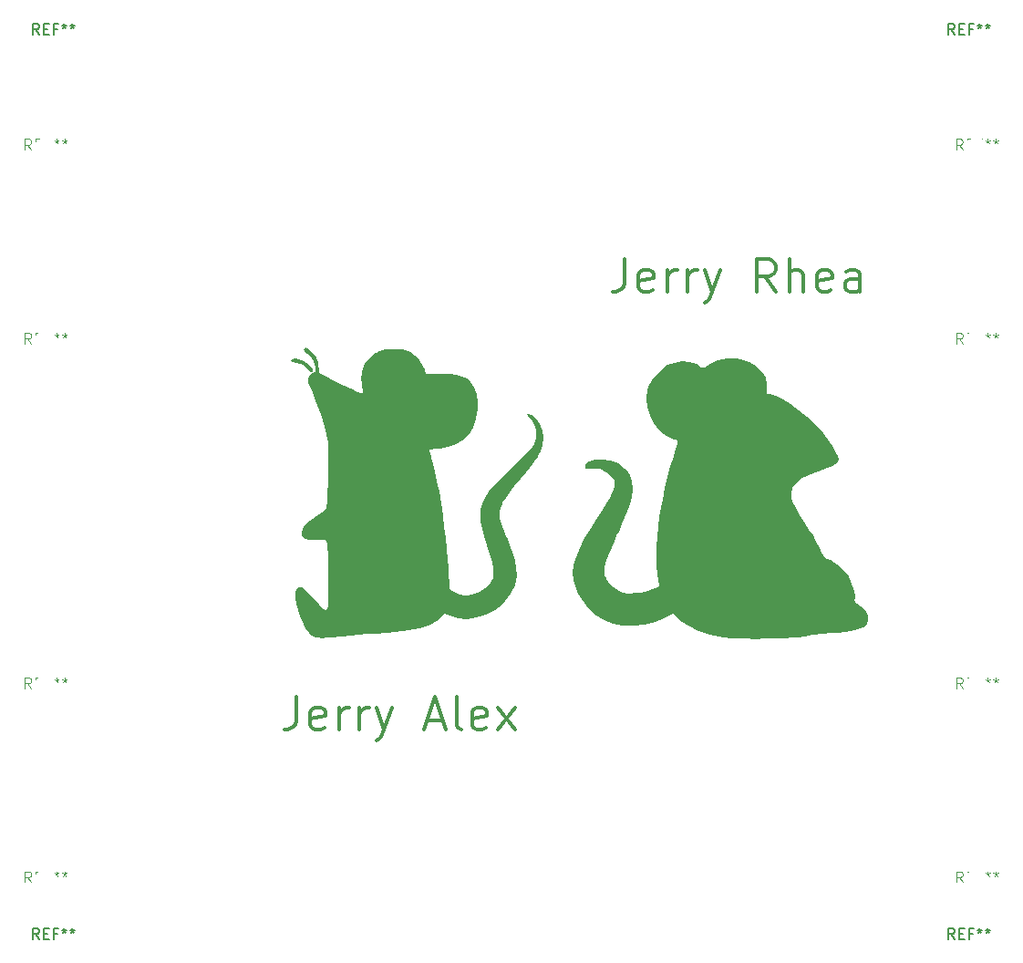
<source format=gto>
G04 #@! TF.GenerationSoftware,KiCad,Pcbnew,7.0.6*
G04 #@! TF.CreationDate,2023-08-12T11:28:39-04:00*
G04 #@! TF.ProjectId,jerrysbottom,6a657272-7973-4626-9f74-746f6d2e6b69,rev?*
G04 #@! TF.SameCoordinates,Original*
G04 #@! TF.FileFunction,Legend,Top*
G04 #@! TF.FilePolarity,Positive*
%FSLAX46Y46*%
G04 Gerber Fmt 4.6, Leading zero omitted, Abs format (unit mm)*
G04 Created by KiCad (PCBNEW 7.0.6) date 2023-08-12 11:28:39*
%MOMM*%
%LPD*%
G01*
G04 APERTURE LIST*
G04 Aperture macros list*
%AMFreePoly0*
4,1,5,8.620000,-11.160000,-8.620000,-11.160000,-8.620000,11.160000,8.620000,11.160000,8.620000,-11.160000,8.620000,-11.160000,$1*%
G04 Aperture macros list end*
%ADD10C,0.300000*%
%ADD11C,0.100000*%
%ADD12C,0.150000*%
%ADD13FreePoly0,0.000000*%
%ADD14C,2.384400*%
%ADD15C,2.200000*%
G04 APERTURE END LIST*
D10*
X83048796Y-93137257D02*
X83048796Y-95280114D01*
X83048796Y-95280114D02*
X82905939Y-95708685D01*
X82905939Y-95708685D02*
X82620225Y-95994400D01*
X82620225Y-95994400D02*
X82191653Y-96137257D01*
X82191653Y-96137257D02*
X81905939Y-96137257D01*
X85620224Y-95994400D02*
X85334510Y-96137257D01*
X85334510Y-96137257D02*
X84763082Y-96137257D01*
X84763082Y-96137257D02*
X84477367Y-95994400D01*
X84477367Y-95994400D02*
X84334510Y-95708685D01*
X84334510Y-95708685D02*
X84334510Y-94565828D01*
X84334510Y-94565828D02*
X84477367Y-94280114D01*
X84477367Y-94280114D02*
X84763082Y-94137257D01*
X84763082Y-94137257D02*
X85334510Y-94137257D01*
X85334510Y-94137257D02*
X85620224Y-94280114D01*
X85620224Y-94280114D02*
X85763082Y-94565828D01*
X85763082Y-94565828D02*
X85763082Y-94851542D01*
X85763082Y-94851542D02*
X84334510Y-95137257D01*
X87048796Y-96137257D02*
X87048796Y-94137257D01*
X87048796Y-94708685D02*
X87191653Y-94422971D01*
X87191653Y-94422971D02*
X87334511Y-94280114D01*
X87334511Y-94280114D02*
X87620225Y-94137257D01*
X87620225Y-94137257D02*
X87905939Y-94137257D01*
X88905939Y-96137257D02*
X88905939Y-94137257D01*
X88905939Y-94708685D02*
X89048796Y-94422971D01*
X89048796Y-94422971D02*
X89191654Y-94280114D01*
X89191654Y-94280114D02*
X89477368Y-94137257D01*
X89477368Y-94137257D02*
X89763082Y-94137257D01*
X90477368Y-94137257D02*
X91191654Y-96137257D01*
X91905939Y-94137257D02*
X91191654Y-96137257D01*
X91191654Y-96137257D02*
X90905939Y-96851542D01*
X90905939Y-96851542D02*
X90763082Y-96994400D01*
X90763082Y-96994400D02*
X90477368Y-97137257D01*
X97048796Y-96137257D02*
X96048796Y-94708685D01*
X95334510Y-96137257D02*
X95334510Y-93137257D01*
X95334510Y-93137257D02*
X96477367Y-93137257D01*
X96477367Y-93137257D02*
X96763082Y-93280114D01*
X96763082Y-93280114D02*
X96905939Y-93422971D01*
X96905939Y-93422971D02*
X97048796Y-93708685D01*
X97048796Y-93708685D02*
X97048796Y-94137257D01*
X97048796Y-94137257D02*
X96905939Y-94422971D01*
X96905939Y-94422971D02*
X96763082Y-94565828D01*
X96763082Y-94565828D02*
X96477367Y-94708685D01*
X96477367Y-94708685D02*
X95334510Y-94708685D01*
X98334510Y-96137257D02*
X98334510Y-93137257D01*
X99620225Y-96137257D02*
X99620225Y-94565828D01*
X99620225Y-94565828D02*
X99477367Y-94280114D01*
X99477367Y-94280114D02*
X99191653Y-94137257D01*
X99191653Y-94137257D02*
X98763082Y-94137257D01*
X98763082Y-94137257D02*
X98477367Y-94280114D01*
X98477367Y-94280114D02*
X98334510Y-94422971D01*
X102191653Y-95994400D02*
X101905939Y-96137257D01*
X101905939Y-96137257D02*
X101334511Y-96137257D01*
X101334511Y-96137257D02*
X101048796Y-95994400D01*
X101048796Y-95994400D02*
X100905939Y-95708685D01*
X100905939Y-95708685D02*
X100905939Y-94565828D01*
X100905939Y-94565828D02*
X101048796Y-94280114D01*
X101048796Y-94280114D02*
X101334511Y-94137257D01*
X101334511Y-94137257D02*
X101905939Y-94137257D01*
X101905939Y-94137257D02*
X102191653Y-94280114D01*
X102191653Y-94280114D02*
X102334511Y-94565828D01*
X102334511Y-94565828D02*
X102334511Y-94851542D01*
X102334511Y-94851542D02*
X100905939Y-95137257D01*
X104905940Y-96137257D02*
X104905940Y-94565828D01*
X104905940Y-94565828D02*
X104763082Y-94280114D01*
X104763082Y-94280114D02*
X104477368Y-94137257D01*
X104477368Y-94137257D02*
X103905940Y-94137257D01*
X103905940Y-94137257D02*
X103620225Y-94280114D01*
X104905940Y-95994400D02*
X104620225Y-96137257D01*
X104620225Y-96137257D02*
X103905940Y-96137257D01*
X103905940Y-96137257D02*
X103620225Y-95994400D01*
X103620225Y-95994400D02*
X103477368Y-95708685D01*
X103477368Y-95708685D02*
X103477368Y-95422971D01*
X103477368Y-95422971D02*
X103620225Y-95137257D01*
X103620225Y-95137257D02*
X103905940Y-94994400D01*
X103905940Y-94994400D02*
X104620225Y-94994400D01*
X104620225Y-94994400D02*
X104905940Y-94851542D01*
X52568796Y-133777257D02*
X52568796Y-135920114D01*
X52568796Y-135920114D02*
X52425939Y-136348685D01*
X52425939Y-136348685D02*
X52140225Y-136634400D01*
X52140225Y-136634400D02*
X51711653Y-136777257D01*
X51711653Y-136777257D02*
X51425939Y-136777257D01*
X55140224Y-136634400D02*
X54854510Y-136777257D01*
X54854510Y-136777257D02*
X54283082Y-136777257D01*
X54283082Y-136777257D02*
X53997367Y-136634400D01*
X53997367Y-136634400D02*
X53854510Y-136348685D01*
X53854510Y-136348685D02*
X53854510Y-135205828D01*
X53854510Y-135205828D02*
X53997367Y-134920114D01*
X53997367Y-134920114D02*
X54283082Y-134777257D01*
X54283082Y-134777257D02*
X54854510Y-134777257D01*
X54854510Y-134777257D02*
X55140224Y-134920114D01*
X55140224Y-134920114D02*
X55283082Y-135205828D01*
X55283082Y-135205828D02*
X55283082Y-135491542D01*
X55283082Y-135491542D02*
X53854510Y-135777257D01*
X56568796Y-136777257D02*
X56568796Y-134777257D01*
X56568796Y-135348685D02*
X56711653Y-135062971D01*
X56711653Y-135062971D02*
X56854511Y-134920114D01*
X56854511Y-134920114D02*
X57140225Y-134777257D01*
X57140225Y-134777257D02*
X57425939Y-134777257D01*
X58425939Y-136777257D02*
X58425939Y-134777257D01*
X58425939Y-135348685D02*
X58568796Y-135062971D01*
X58568796Y-135062971D02*
X58711654Y-134920114D01*
X58711654Y-134920114D02*
X58997368Y-134777257D01*
X58997368Y-134777257D02*
X59283082Y-134777257D01*
X59997368Y-134777257D02*
X60711654Y-136777257D01*
X61425939Y-134777257D02*
X60711654Y-136777257D01*
X60711654Y-136777257D02*
X60425939Y-137491542D01*
X60425939Y-137491542D02*
X60283082Y-137634400D01*
X60283082Y-137634400D02*
X59997368Y-137777257D01*
X64711653Y-135920114D02*
X66140225Y-135920114D01*
X64425939Y-136777257D02*
X65425939Y-133777257D01*
X65425939Y-133777257D02*
X66425939Y-136777257D01*
X67854511Y-136777257D02*
X67568796Y-136634400D01*
X67568796Y-136634400D02*
X67425939Y-136348685D01*
X67425939Y-136348685D02*
X67425939Y-133777257D01*
X70140225Y-136634400D02*
X69854511Y-136777257D01*
X69854511Y-136777257D02*
X69283083Y-136777257D01*
X69283083Y-136777257D02*
X68997368Y-136634400D01*
X68997368Y-136634400D02*
X68854511Y-136348685D01*
X68854511Y-136348685D02*
X68854511Y-135205828D01*
X68854511Y-135205828D02*
X68997368Y-134920114D01*
X68997368Y-134920114D02*
X69283083Y-134777257D01*
X69283083Y-134777257D02*
X69854511Y-134777257D01*
X69854511Y-134777257D02*
X70140225Y-134920114D01*
X70140225Y-134920114D02*
X70283083Y-135205828D01*
X70283083Y-135205828D02*
X70283083Y-135491542D01*
X70283083Y-135491542D02*
X68854511Y-135777257D01*
X71283083Y-136777257D02*
X72854512Y-134777257D01*
X71283083Y-134777257D02*
X72854512Y-136777257D01*
D11*
X36916666Y-116707419D02*
X36583333Y-116231228D01*
X36345238Y-116707419D02*
X36345238Y-115707419D01*
X36345238Y-115707419D02*
X36726190Y-115707419D01*
X36726190Y-115707419D02*
X36821428Y-115755038D01*
X36821428Y-115755038D02*
X36869047Y-115802657D01*
X36869047Y-115802657D02*
X36916666Y-115897895D01*
X36916666Y-115897895D02*
X36916666Y-116040752D01*
X36916666Y-116040752D02*
X36869047Y-116135990D01*
X36869047Y-116135990D02*
X36821428Y-116183609D01*
X36821428Y-116183609D02*
X36726190Y-116231228D01*
X36726190Y-116231228D02*
X36345238Y-116231228D01*
X37345238Y-116183609D02*
X37678571Y-116183609D01*
X37821428Y-116707419D02*
X37345238Y-116707419D01*
X37345238Y-116707419D02*
X37345238Y-115707419D01*
X37345238Y-115707419D02*
X37821428Y-115707419D01*
X38583333Y-116183609D02*
X38250000Y-116183609D01*
X38250000Y-116707419D02*
X38250000Y-115707419D01*
X38250000Y-115707419D02*
X38726190Y-115707419D01*
X39250000Y-115707419D02*
X39250000Y-115945514D01*
X39011905Y-115850276D02*
X39250000Y-115945514D01*
X39250000Y-115945514D02*
X39488095Y-115850276D01*
X39107143Y-116135990D02*
X39250000Y-115945514D01*
X39250000Y-115945514D02*
X39392857Y-116135990D01*
X40011905Y-115707419D02*
X40011905Y-115945514D01*
X39773810Y-115850276D02*
X40011905Y-115945514D01*
X40011905Y-115945514D02*
X40250000Y-115850276D01*
X39869048Y-116135990D02*
X40011905Y-115945514D01*
X40011905Y-115945514D02*
X40154762Y-116135990D01*
X114416666Y-150957419D02*
X114083333Y-150481228D01*
X113845238Y-150957419D02*
X113845238Y-149957419D01*
X113845238Y-149957419D02*
X114226190Y-149957419D01*
X114226190Y-149957419D02*
X114321428Y-150005038D01*
X114321428Y-150005038D02*
X114369047Y-150052657D01*
X114369047Y-150052657D02*
X114416666Y-150147895D01*
X114416666Y-150147895D02*
X114416666Y-150290752D01*
X114416666Y-150290752D02*
X114369047Y-150385990D01*
X114369047Y-150385990D02*
X114321428Y-150433609D01*
X114321428Y-150433609D02*
X114226190Y-150481228D01*
X114226190Y-150481228D02*
X113845238Y-150481228D01*
X114845238Y-150433609D02*
X115178571Y-150433609D01*
X115321428Y-150957419D02*
X114845238Y-150957419D01*
X114845238Y-150957419D02*
X114845238Y-149957419D01*
X114845238Y-149957419D02*
X115321428Y-149957419D01*
X116083333Y-150433609D02*
X115750000Y-150433609D01*
X115750000Y-150957419D02*
X115750000Y-149957419D01*
X115750000Y-149957419D02*
X116226190Y-149957419D01*
X116750000Y-149957419D02*
X116750000Y-150195514D01*
X116511905Y-150100276D02*
X116750000Y-150195514D01*
X116750000Y-150195514D02*
X116988095Y-150100276D01*
X116607143Y-150385990D02*
X116750000Y-150195514D01*
X116750000Y-150195514D02*
X116892857Y-150385990D01*
X117511905Y-149957419D02*
X117511905Y-150195514D01*
X117273810Y-150100276D02*
X117511905Y-150195514D01*
X117511905Y-150195514D02*
X117750000Y-150100276D01*
X117369048Y-150385990D02*
X117511905Y-150195514D01*
X117511905Y-150195514D02*
X117654762Y-150385990D01*
X114416666Y-132957419D02*
X114083333Y-132481228D01*
X113845238Y-132957419D02*
X113845238Y-131957419D01*
X113845238Y-131957419D02*
X114226190Y-131957419D01*
X114226190Y-131957419D02*
X114321428Y-132005038D01*
X114321428Y-132005038D02*
X114369047Y-132052657D01*
X114369047Y-132052657D02*
X114416666Y-132147895D01*
X114416666Y-132147895D02*
X114416666Y-132290752D01*
X114416666Y-132290752D02*
X114369047Y-132385990D01*
X114369047Y-132385990D02*
X114321428Y-132433609D01*
X114321428Y-132433609D02*
X114226190Y-132481228D01*
X114226190Y-132481228D02*
X113845238Y-132481228D01*
X114845238Y-132433609D02*
X115178571Y-132433609D01*
X115321428Y-132957419D02*
X114845238Y-132957419D01*
X114845238Y-132957419D02*
X114845238Y-131957419D01*
X114845238Y-131957419D02*
X115321428Y-131957419D01*
X116083333Y-132433609D02*
X115750000Y-132433609D01*
X115750000Y-132957419D02*
X115750000Y-131957419D01*
X115750000Y-131957419D02*
X116226190Y-131957419D01*
X116750000Y-131957419D02*
X116750000Y-132195514D01*
X116511905Y-132100276D02*
X116750000Y-132195514D01*
X116750000Y-132195514D02*
X116988095Y-132100276D01*
X116607143Y-132385990D02*
X116750000Y-132195514D01*
X116750000Y-132195514D02*
X116892857Y-132385990D01*
X117511905Y-131957419D02*
X117511905Y-132195514D01*
X117273810Y-132100276D02*
X117511905Y-132195514D01*
X117511905Y-132195514D02*
X117750000Y-132100276D01*
X117369048Y-132385990D02*
X117511905Y-132195514D01*
X117511905Y-132195514D02*
X117654762Y-132385990D01*
X114416666Y-100957419D02*
X114083333Y-100481228D01*
X113845238Y-100957419D02*
X113845238Y-99957419D01*
X113845238Y-99957419D02*
X114226190Y-99957419D01*
X114226190Y-99957419D02*
X114321428Y-100005038D01*
X114321428Y-100005038D02*
X114369047Y-100052657D01*
X114369047Y-100052657D02*
X114416666Y-100147895D01*
X114416666Y-100147895D02*
X114416666Y-100290752D01*
X114416666Y-100290752D02*
X114369047Y-100385990D01*
X114369047Y-100385990D02*
X114321428Y-100433609D01*
X114321428Y-100433609D02*
X114226190Y-100481228D01*
X114226190Y-100481228D02*
X113845238Y-100481228D01*
X114845238Y-100433609D02*
X115178571Y-100433609D01*
X115321428Y-100957419D02*
X114845238Y-100957419D01*
X114845238Y-100957419D02*
X114845238Y-99957419D01*
X114845238Y-99957419D02*
X115321428Y-99957419D01*
X116083333Y-100433609D02*
X115750000Y-100433609D01*
X115750000Y-100957419D02*
X115750000Y-99957419D01*
X115750000Y-99957419D02*
X116226190Y-99957419D01*
X116750000Y-99957419D02*
X116750000Y-100195514D01*
X116511905Y-100100276D02*
X116750000Y-100195514D01*
X116750000Y-100195514D02*
X116988095Y-100100276D01*
X116607143Y-100385990D02*
X116750000Y-100195514D01*
X116750000Y-100195514D02*
X116892857Y-100385990D01*
X117511905Y-99957419D02*
X117511905Y-100195514D01*
X117273810Y-100100276D02*
X117511905Y-100195514D01*
X117511905Y-100195514D02*
X117750000Y-100100276D01*
X117369048Y-100385990D02*
X117511905Y-100195514D01*
X117511905Y-100195514D02*
X117654762Y-100385990D01*
X114416666Y-82957419D02*
X114083333Y-82481228D01*
X113845238Y-82957419D02*
X113845238Y-81957419D01*
X113845238Y-81957419D02*
X114226190Y-81957419D01*
X114226190Y-81957419D02*
X114321428Y-82005038D01*
X114321428Y-82005038D02*
X114369047Y-82052657D01*
X114369047Y-82052657D02*
X114416666Y-82147895D01*
X114416666Y-82147895D02*
X114416666Y-82290752D01*
X114416666Y-82290752D02*
X114369047Y-82385990D01*
X114369047Y-82385990D02*
X114321428Y-82433609D01*
X114321428Y-82433609D02*
X114226190Y-82481228D01*
X114226190Y-82481228D02*
X113845238Y-82481228D01*
X114845238Y-82433609D02*
X115178571Y-82433609D01*
X115321428Y-82957419D02*
X114845238Y-82957419D01*
X114845238Y-82957419D02*
X114845238Y-81957419D01*
X114845238Y-81957419D02*
X115321428Y-81957419D01*
X116083333Y-82433609D02*
X115750000Y-82433609D01*
X115750000Y-82957419D02*
X115750000Y-81957419D01*
X115750000Y-81957419D02*
X116226190Y-81957419D01*
X116750000Y-81957419D02*
X116750000Y-82195514D01*
X116511905Y-82100276D02*
X116750000Y-82195514D01*
X116750000Y-82195514D02*
X116988095Y-82100276D01*
X116607143Y-82385990D02*
X116750000Y-82195514D01*
X116750000Y-82195514D02*
X116892857Y-82385990D01*
X117511905Y-81957419D02*
X117511905Y-82195514D01*
X117273810Y-82100276D02*
X117511905Y-82195514D01*
X117511905Y-82195514D02*
X117750000Y-82100276D01*
X117369048Y-82385990D02*
X117511905Y-82195514D01*
X117511905Y-82195514D02*
X117654762Y-82385990D01*
X27916666Y-150957419D02*
X27583333Y-150481228D01*
X27345238Y-150957419D02*
X27345238Y-149957419D01*
X27345238Y-149957419D02*
X27726190Y-149957419D01*
X27726190Y-149957419D02*
X27821428Y-150005038D01*
X27821428Y-150005038D02*
X27869047Y-150052657D01*
X27869047Y-150052657D02*
X27916666Y-150147895D01*
X27916666Y-150147895D02*
X27916666Y-150290752D01*
X27916666Y-150290752D02*
X27869047Y-150385990D01*
X27869047Y-150385990D02*
X27821428Y-150433609D01*
X27821428Y-150433609D02*
X27726190Y-150481228D01*
X27726190Y-150481228D02*
X27345238Y-150481228D01*
X28345238Y-150433609D02*
X28678571Y-150433609D01*
X28821428Y-150957419D02*
X28345238Y-150957419D01*
X28345238Y-150957419D02*
X28345238Y-149957419D01*
X28345238Y-149957419D02*
X28821428Y-149957419D01*
X29583333Y-150433609D02*
X29250000Y-150433609D01*
X29250000Y-150957419D02*
X29250000Y-149957419D01*
X29250000Y-149957419D02*
X29726190Y-149957419D01*
X30250000Y-149957419D02*
X30250000Y-150195514D01*
X30011905Y-150100276D02*
X30250000Y-150195514D01*
X30250000Y-150195514D02*
X30488095Y-150100276D01*
X30107143Y-150385990D02*
X30250000Y-150195514D01*
X30250000Y-150195514D02*
X30392857Y-150385990D01*
X31011905Y-149957419D02*
X31011905Y-150195514D01*
X30773810Y-150100276D02*
X31011905Y-150195514D01*
X31011905Y-150195514D02*
X31250000Y-150100276D01*
X30869048Y-150385990D02*
X31011905Y-150195514D01*
X31011905Y-150195514D02*
X31154762Y-150385990D01*
X27916666Y-132957419D02*
X27583333Y-132481228D01*
X27345238Y-132957419D02*
X27345238Y-131957419D01*
X27345238Y-131957419D02*
X27726190Y-131957419D01*
X27726190Y-131957419D02*
X27821428Y-132005038D01*
X27821428Y-132005038D02*
X27869047Y-132052657D01*
X27869047Y-132052657D02*
X27916666Y-132147895D01*
X27916666Y-132147895D02*
X27916666Y-132290752D01*
X27916666Y-132290752D02*
X27869047Y-132385990D01*
X27869047Y-132385990D02*
X27821428Y-132433609D01*
X27821428Y-132433609D02*
X27726190Y-132481228D01*
X27726190Y-132481228D02*
X27345238Y-132481228D01*
X28345238Y-132433609D02*
X28678571Y-132433609D01*
X28821428Y-132957419D02*
X28345238Y-132957419D01*
X28345238Y-132957419D02*
X28345238Y-131957419D01*
X28345238Y-131957419D02*
X28821428Y-131957419D01*
X29583333Y-132433609D02*
X29250000Y-132433609D01*
X29250000Y-132957419D02*
X29250000Y-131957419D01*
X29250000Y-131957419D02*
X29726190Y-131957419D01*
X30250000Y-131957419D02*
X30250000Y-132195514D01*
X30011905Y-132100276D02*
X30250000Y-132195514D01*
X30250000Y-132195514D02*
X30488095Y-132100276D01*
X30107143Y-132385990D02*
X30250000Y-132195514D01*
X30250000Y-132195514D02*
X30392857Y-132385990D01*
X31011905Y-131957419D02*
X31011905Y-132195514D01*
X30773810Y-132100276D02*
X31011905Y-132195514D01*
X31011905Y-132195514D02*
X31250000Y-132100276D01*
X30869048Y-132385990D02*
X31011905Y-132195514D01*
X31011905Y-132195514D02*
X31154762Y-132385990D01*
X27916666Y-100957419D02*
X27583333Y-100481228D01*
X27345238Y-100957419D02*
X27345238Y-99957419D01*
X27345238Y-99957419D02*
X27726190Y-99957419D01*
X27726190Y-99957419D02*
X27821428Y-100005038D01*
X27821428Y-100005038D02*
X27869047Y-100052657D01*
X27869047Y-100052657D02*
X27916666Y-100147895D01*
X27916666Y-100147895D02*
X27916666Y-100290752D01*
X27916666Y-100290752D02*
X27869047Y-100385990D01*
X27869047Y-100385990D02*
X27821428Y-100433609D01*
X27821428Y-100433609D02*
X27726190Y-100481228D01*
X27726190Y-100481228D02*
X27345238Y-100481228D01*
X28345238Y-100433609D02*
X28678571Y-100433609D01*
X28821428Y-100957419D02*
X28345238Y-100957419D01*
X28345238Y-100957419D02*
X28345238Y-99957419D01*
X28345238Y-99957419D02*
X28821428Y-99957419D01*
X29583333Y-100433609D02*
X29250000Y-100433609D01*
X29250000Y-100957419D02*
X29250000Y-99957419D01*
X29250000Y-99957419D02*
X29726190Y-99957419D01*
X30250000Y-99957419D02*
X30250000Y-100195514D01*
X30011905Y-100100276D02*
X30250000Y-100195514D01*
X30250000Y-100195514D02*
X30488095Y-100100276D01*
X30107143Y-100385990D02*
X30250000Y-100195514D01*
X30250000Y-100195514D02*
X30392857Y-100385990D01*
X31011905Y-99957419D02*
X31011905Y-100195514D01*
X30773810Y-100100276D02*
X31011905Y-100195514D01*
X31011905Y-100195514D02*
X31250000Y-100100276D01*
X30869048Y-100385990D02*
X31011905Y-100195514D01*
X31011905Y-100195514D02*
X31154762Y-100385990D01*
X27916666Y-82957419D02*
X27583333Y-82481228D01*
X27345238Y-82957419D02*
X27345238Y-81957419D01*
X27345238Y-81957419D02*
X27726190Y-81957419D01*
X27726190Y-81957419D02*
X27821428Y-82005038D01*
X27821428Y-82005038D02*
X27869047Y-82052657D01*
X27869047Y-82052657D02*
X27916666Y-82147895D01*
X27916666Y-82147895D02*
X27916666Y-82290752D01*
X27916666Y-82290752D02*
X27869047Y-82385990D01*
X27869047Y-82385990D02*
X27821428Y-82433609D01*
X27821428Y-82433609D02*
X27726190Y-82481228D01*
X27726190Y-82481228D02*
X27345238Y-82481228D01*
X28345238Y-82433609D02*
X28678571Y-82433609D01*
X28821428Y-82957419D02*
X28345238Y-82957419D01*
X28345238Y-82957419D02*
X28345238Y-81957419D01*
X28345238Y-81957419D02*
X28821428Y-81957419D01*
X29583333Y-82433609D02*
X29250000Y-82433609D01*
X29250000Y-82957419D02*
X29250000Y-81957419D01*
X29250000Y-81957419D02*
X29726190Y-81957419D01*
X30250000Y-81957419D02*
X30250000Y-82195514D01*
X30011905Y-82100276D02*
X30250000Y-82195514D01*
X30250000Y-82195514D02*
X30488095Y-82100276D01*
X30107143Y-82385990D02*
X30250000Y-82195514D01*
X30250000Y-82195514D02*
X30392857Y-82385990D01*
X31011905Y-81957419D02*
X31011905Y-82195514D01*
X30773810Y-82100276D02*
X31011905Y-82195514D01*
X31011905Y-82195514D02*
X31250000Y-82100276D01*
X30869048Y-82385990D02*
X31011905Y-82195514D01*
X31011905Y-82195514D02*
X31154762Y-82385990D01*
D12*
X113666666Y-72254819D02*
X113333333Y-71778628D01*
X113095238Y-72254819D02*
X113095238Y-71254819D01*
X113095238Y-71254819D02*
X113476190Y-71254819D01*
X113476190Y-71254819D02*
X113571428Y-71302438D01*
X113571428Y-71302438D02*
X113619047Y-71350057D01*
X113619047Y-71350057D02*
X113666666Y-71445295D01*
X113666666Y-71445295D02*
X113666666Y-71588152D01*
X113666666Y-71588152D02*
X113619047Y-71683390D01*
X113619047Y-71683390D02*
X113571428Y-71731009D01*
X113571428Y-71731009D02*
X113476190Y-71778628D01*
X113476190Y-71778628D02*
X113095238Y-71778628D01*
X114095238Y-71731009D02*
X114428571Y-71731009D01*
X114571428Y-72254819D02*
X114095238Y-72254819D01*
X114095238Y-72254819D02*
X114095238Y-71254819D01*
X114095238Y-71254819D02*
X114571428Y-71254819D01*
X115333333Y-71731009D02*
X115000000Y-71731009D01*
X115000000Y-72254819D02*
X115000000Y-71254819D01*
X115000000Y-71254819D02*
X115476190Y-71254819D01*
X116000000Y-71254819D02*
X116000000Y-71492914D01*
X115761905Y-71397676D02*
X116000000Y-71492914D01*
X116000000Y-71492914D02*
X116238095Y-71397676D01*
X115857143Y-71683390D02*
X116000000Y-71492914D01*
X116000000Y-71492914D02*
X116142857Y-71683390D01*
X116761905Y-71254819D02*
X116761905Y-71492914D01*
X116523810Y-71397676D02*
X116761905Y-71492914D01*
X116761905Y-71492914D02*
X117000000Y-71397676D01*
X116619048Y-71683390D02*
X116761905Y-71492914D01*
X116761905Y-71492914D02*
X116904762Y-71683390D01*
X28666666Y-72254819D02*
X28333333Y-71778628D01*
X28095238Y-72254819D02*
X28095238Y-71254819D01*
X28095238Y-71254819D02*
X28476190Y-71254819D01*
X28476190Y-71254819D02*
X28571428Y-71302438D01*
X28571428Y-71302438D02*
X28619047Y-71350057D01*
X28619047Y-71350057D02*
X28666666Y-71445295D01*
X28666666Y-71445295D02*
X28666666Y-71588152D01*
X28666666Y-71588152D02*
X28619047Y-71683390D01*
X28619047Y-71683390D02*
X28571428Y-71731009D01*
X28571428Y-71731009D02*
X28476190Y-71778628D01*
X28476190Y-71778628D02*
X28095238Y-71778628D01*
X29095238Y-71731009D02*
X29428571Y-71731009D01*
X29571428Y-72254819D02*
X29095238Y-72254819D01*
X29095238Y-72254819D02*
X29095238Y-71254819D01*
X29095238Y-71254819D02*
X29571428Y-71254819D01*
X30333333Y-71731009D02*
X30000000Y-71731009D01*
X30000000Y-72254819D02*
X30000000Y-71254819D01*
X30000000Y-71254819D02*
X30476190Y-71254819D01*
X31000000Y-71254819D02*
X31000000Y-71492914D01*
X30761905Y-71397676D02*
X31000000Y-71492914D01*
X31000000Y-71492914D02*
X31238095Y-71397676D01*
X30857143Y-71683390D02*
X31000000Y-71492914D01*
X31000000Y-71492914D02*
X31142857Y-71683390D01*
X31761905Y-71254819D02*
X31761905Y-71492914D01*
X31523810Y-71397676D02*
X31761905Y-71492914D01*
X31761905Y-71492914D02*
X32000000Y-71397676D01*
X31619048Y-71683390D02*
X31761905Y-71492914D01*
X31761905Y-71492914D02*
X31904762Y-71683390D01*
X113666666Y-156254819D02*
X113333333Y-155778628D01*
X113095238Y-156254819D02*
X113095238Y-155254819D01*
X113095238Y-155254819D02*
X113476190Y-155254819D01*
X113476190Y-155254819D02*
X113571428Y-155302438D01*
X113571428Y-155302438D02*
X113619047Y-155350057D01*
X113619047Y-155350057D02*
X113666666Y-155445295D01*
X113666666Y-155445295D02*
X113666666Y-155588152D01*
X113666666Y-155588152D02*
X113619047Y-155683390D01*
X113619047Y-155683390D02*
X113571428Y-155731009D01*
X113571428Y-155731009D02*
X113476190Y-155778628D01*
X113476190Y-155778628D02*
X113095238Y-155778628D01*
X114095238Y-155731009D02*
X114428571Y-155731009D01*
X114571428Y-156254819D02*
X114095238Y-156254819D01*
X114095238Y-156254819D02*
X114095238Y-155254819D01*
X114095238Y-155254819D02*
X114571428Y-155254819D01*
X115333333Y-155731009D02*
X115000000Y-155731009D01*
X115000000Y-156254819D02*
X115000000Y-155254819D01*
X115000000Y-155254819D02*
X115476190Y-155254819D01*
X116000000Y-155254819D02*
X116000000Y-155492914D01*
X115761905Y-155397676D02*
X116000000Y-155492914D01*
X116000000Y-155492914D02*
X116238095Y-155397676D01*
X115857143Y-155683390D02*
X116000000Y-155492914D01*
X116000000Y-155492914D02*
X116142857Y-155683390D01*
X116761905Y-155254819D02*
X116761905Y-155492914D01*
X116523810Y-155397676D02*
X116761905Y-155492914D01*
X116761905Y-155492914D02*
X117000000Y-155397676D01*
X116619048Y-155683390D02*
X116761905Y-155492914D01*
X116761905Y-155492914D02*
X116904762Y-155683390D01*
X28666666Y-156254819D02*
X28333333Y-155778628D01*
X28095238Y-156254819D02*
X28095238Y-155254819D01*
X28095238Y-155254819D02*
X28476190Y-155254819D01*
X28476190Y-155254819D02*
X28571428Y-155302438D01*
X28571428Y-155302438D02*
X28619047Y-155350057D01*
X28619047Y-155350057D02*
X28666666Y-155445295D01*
X28666666Y-155445295D02*
X28666666Y-155588152D01*
X28666666Y-155588152D02*
X28619047Y-155683390D01*
X28619047Y-155683390D02*
X28571428Y-155731009D01*
X28571428Y-155731009D02*
X28476190Y-155778628D01*
X28476190Y-155778628D02*
X28095238Y-155778628D01*
X29095238Y-155731009D02*
X29428571Y-155731009D01*
X29571428Y-156254819D02*
X29095238Y-156254819D01*
X29095238Y-156254819D02*
X29095238Y-155254819D01*
X29095238Y-155254819D02*
X29571428Y-155254819D01*
X30333333Y-155731009D02*
X30000000Y-155731009D01*
X30000000Y-156254819D02*
X30000000Y-155254819D01*
X30000000Y-155254819D02*
X30476190Y-155254819D01*
X31000000Y-155254819D02*
X31000000Y-155492914D01*
X30761905Y-155397676D02*
X31000000Y-155492914D01*
X31000000Y-155492914D02*
X31238095Y-155397676D01*
X30857143Y-155683390D02*
X31000000Y-155492914D01*
X31000000Y-155492914D02*
X31142857Y-155683390D01*
X31761905Y-155254819D02*
X31761905Y-155492914D01*
X31523810Y-155397676D02*
X31761905Y-155492914D01*
X31761905Y-155492914D02*
X32000000Y-155397676D01*
X31619048Y-155683390D02*
X31761905Y-155492914D01*
X31761905Y-155492914D02*
X31904762Y-155683390D01*
G36*
X52443061Y-102348406D02*
G01*
X52838708Y-102428518D01*
X53246854Y-102601936D01*
X53618283Y-102835741D01*
X53903779Y-103097016D01*
X54054126Y-103352845D01*
X54065714Y-103433682D01*
X54037609Y-103585077D01*
X53939183Y-103591488D01*
X53749267Y-103445700D01*
X53563374Y-103262448D01*
X53287346Y-103020573D01*
X52971745Y-102846830D01*
X52549986Y-102709289D01*
X52269982Y-102642222D01*
X52057288Y-102554661D01*
X52025462Y-102453013D01*
X52153908Y-102372241D01*
X52422031Y-102347306D01*
X52443061Y-102348406D01*
G37*
G36*
X93421297Y-102334319D02*
G01*
X93880756Y-102422383D01*
X94653968Y-102688566D01*
X95279976Y-103063156D01*
X95801809Y-103572067D01*
X95813740Y-103586549D01*
X96019307Y-103850130D01*
X96137543Y-104063625D01*
X96192508Y-104302566D01*
X96208265Y-104642487D01*
X96208979Y-104827253D01*
X96208979Y-105585838D01*
X96520000Y-105652378D01*
X97077586Y-105835457D01*
X97733804Y-106157814D01*
X98455875Y-106598344D01*
X99211019Y-107135939D01*
X99966458Y-107749491D01*
X100438436Y-108175558D01*
X100952602Y-108696699D01*
X101448690Y-109266702D01*
X101904921Y-109853851D01*
X102299515Y-110426428D01*
X102610694Y-110952716D01*
X102816679Y-111400996D01*
X102895689Y-111739552D01*
X102895918Y-111754447D01*
X102870332Y-111894124D01*
X102777260Y-112023599D01*
X102592234Y-112156247D01*
X102290784Y-112305444D01*
X101848440Y-112484565D01*
X101240732Y-112706985D01*
X100993431Y-112794378D01*
X100100732Y-113150019D01*
X99409169Y-113522907D01*
X98912741Y-113920964D01*
X98605446Y-114352111D01*
X98481285Y-114824269D01*
X98534255Y-115345362D01*
X98705546Y-115814492D01*
X98825953Y-116039937D01*
X99035695Y-116398522D01*
X99310434Y-116849978D01*
X99625831Y-117354035D01*
X99816771Y-117653024D01*
X100168606Y-118214231D01*
X100514212Y-118791253D01*
X100821743Y-119329178D01*
X101059355Y-119773091D01*
X101131509Y-119920137D01*
X101327593Y-120324526D01*
X101484802Y-120590383D01*
X101648443Y-120768665D01*
X101863823Y-120910331D01*
X102131508Y-121044873D01*
X102780952Y-121446185D01*
X103375830Y-121978760D01*
X103844064Y-122576780D01*
X103887413Y-122648270D01*
X104062829Y-123013303D01*
X104220162Y-123456071D01*
X104342219Y-123911564D01*
X104411803Y-124314770D01*
X104411720Y-124600680D01*
X104408106Y-124616870D01*
X104398093Y-124763770D01*
X104464193Y-124912349D01*
X104632912Y-125093388D01*
X104930756Y-125337666D01*
X105209400Y-125547341D01*
X105478194Y-125846660D01*
X105629020Y-126222589D01*
X105657143Y-126616161D01*
X105557827Y-126968408D01*
X105342895Y-127209902D01*
X104939818Y-127404014D01*
X104371832Y-127562174D01*
X103625141Y-127687396D01*
X102740408Y-127778374D01*
X102058820Y-127833710D01*
X101538594Y-127878271D01*
X101134375Y-127917418D01*
X100800805Y-127956513D01*
X100492528Y-128000920D01*
X100164190Y-128056000D01*
X99770433Y-128127115D01*
X99733877Y-128133817D01*
X99241314Y-128201599D01*
X98586514Y-128258536D01*
X97809738Y-128304039D01*
X96951244Y-128337518D01*
X96051291Y-128358385D01*
X95150140Y-128366049D01*
X94288051Y-128359922D01*
X93505282Y-128339415D01*
X92842093Y-128303938D01*
X92338743Y-128252902D01*
X92274148Y-128242995D01*
X91008602Y-127977056D01*
X89912218Y-127618208D01*
X88964953Y-127158364D01*
X88146767Y-126589436D01*
X88118541Y-126566048D01*
X87492593Y-126044179D01*
X86822623Y-126387983D01*
X85887565Y-126778289D01*
X84886019Y-127036993D01*
X83868222Y-127158324D01*
X82884411Y-127136513D01*
X81984823Y-126965791D01*
X81931401Y-126949693D01*
X81007572Y-126558365D01*
X80168021Y-125991092D01*
X79439547Y-125271152D01*
X78848949Y-124421822D01*
X78702684Y-124145316D01*
X78436728Y-123503087D01*
X78281865Y-122861191D01*
X78242890Y-122200816D01*
X78324598Y-121503152D01*
X78531784Y-120749390D01*
X78869243Y-119920718D01*
X79341770Y-118998327D01*
X79954160Y-117963406D01*
X80491826Y-117126730D01*
X80985175Y-116370292D01*
X81370179Y-115757508D01*
X81660012Y-115264025D01*
X81867852Y-114865493D01*
X82006874Y-114537560D01*
X82090253Y-114255875D01*
X82114822Y-114127139D01*
X82134745Y-113870763D01*
X82077765Y-113664126D01*
X81914047Y-113426737D01*
X81808765Y-113301388D01*
X81306772Y-112867874D01*
X80711920Y-112609236D01*
X80094861Y-112540076D01*
X79713301Y-112549104D01*
X79494054Y-112536083D01*
X79392323Y-112488962D01*
X79363315Y-112395686D01*
X79362040Y-112342898D01*
X79459866Y-112088662D01*
X79743995Y-111893421D01*
X80200402Y-111762672D01*
X80815063Y-111701914D01*
X81006520Y-111698222D01*
X81757397Y-111794767D01*
X82449423Y-112087773D01*
X83070274Y-112571639D01*
X83180185Y-112685787D01*
X83540210Y-113176823D01*
X83743716Y-113719992D01*
X83804694Y-114362010D01*
X83787806Y-114714694D01*
X83731274Y-115136391D01*
X83623517Y-115599372D01*
X83454905Y-116130480D01*
X83215812Y-116756555D01*
X82896610Y-117504440D01*
X82487671Y-118400975D01*
X82393344Y-118602449D01*
X81971703Y-119514817D01*
X81642683Y-120267513D01*
X81400761Y-120883514D01*
X81240413Y-121385798D01*
X81156117Y-121797341D01*
X81142349Y-122141121D01*
X81193585Y-122440114D01*
X81304304Y-122717296D01*
X81373775Y-122843953D01*
X81770655Y-123373730D01*
X82278273Y-123771097D01*
X82659477Y-123966346D01*
X82954690Y-124075691D01*
X83257698Y-124129941D01*
X83643275Y-124138080D01*
X83966061Y-124123351D01*
X84459586Y-124068614D01*
X84959370Y-123970024D01*
X85427063Y-123840772D01*
X85824312Y-123694051D01*
X86112770Y-123543053D01*
X86254085Y-123400970D01*
X86256827Y-123335350D01*
X86146408Y-122907182D01*
X86069263Y-122308379D01*
X86024895Y-121572888D01*
X86012804Y-120734652D01*
X86032492Y-119827615D01*
X86083462Y-118885723D01*
X86165213Y-117942919D01*
X86277249Y-117033148D01*
X86356774Y-116528980D01*
X86555495Y-115467785D01*
X86787916Y-114378226D01*
X87041523Y-113311357D01*
X87303801Y-112318235D01*
X87562238Y-111449915D01*
X87707863Y-111016770D01*
X87873886Y-110514529D01*
X87950817Y-110172909D01*
X87938086Y-109965027D01*
X87835121Y-109864002D01*
X87682890Y-109842041D01*
X87426462Y-109774837D01*
X87076671Y-109595172D01*
X86687992Y-109335969D01*
X86314903Y-109030148D01*
X86269639Y-108987975D01*
X85745989Y-108361872D01*
X85363718Y-107631833D01*
X85133501Y-106840992D01*
X85066013Y-106032484D01*
X85171932Y-105249442D01*
X85268697Y-104943816D01*
X85579524Y-104347339D01*
X86035062Y-103764848D01*
X86578724Y-103260045D01*
X87032022Y-102958771D01*
X87679260Y-102706617D01*
X88370882Y-102610099D01*
X89054751Y-102666934D01*
X89678731Y-102874837D01*
X90027692Y-103090044D01*
X90167934Y-103186892D01*
X90292563Y-103212949D01*
X90458888Y-103157115D01*
X90724221Y-103008291D01*
X90855009Y-102929816D01*
X91701655Y-102526486D01*
X92559286Y-102327618D01*
X93421297Y-102334319D01*
G37*
G36*
X53602392Y-101422719D02*
G01*
X53873686Y-101636278D01*
X54147422Y-101933267D01*
X54373255Y-102265461D01*
X54398598Y-102312837D01*
X54542757Y-102699862D01*
X54622443Y-103120277D01*
X54627317Y-103208729D01*
X54635918Y-103677050D01*
X56642180Y-104660158D01*
X57237180Y-104951272D01*
X57770131Y-105211176D01*
X58212639Y-105426093D01*
X58536307Y-105582244D01*
X58712739Y-105665851D01*
X58734991Y-105675631D01*
X58765340Y-105609711D01*
X58736056Y-105405676D01*
X58714010Y-105318556D01*
X58648893Y-104981412D01*
X58604458Y-104562932D01*
X58594656Y-104353129D01*
X58660980Y-103549532D01*
X58896001Y-102866129D01*
X59300569Y-102301372D01*
X59875535Y-101853717D01*
X60011510Y-101777860D01*
X60274873Y-101649187D01*
X60515509Y-101566811D01*
X60791978Y-101520619D01*
X61162840Y-101500500D01*
X61642007Y-101496327D01*
X62140441Y-101499900D01*
X62487375Y-101517907D01*
X62738628Y-101561282D01*
X62950019Y-101640957D01*
X63177366Y-101767865D01*
X63247261Y-101810740D01*
X63805235Y-102276028D01*
X64248132Y-102904947D01*
X64446801Y-103337468D01*
X64597412Y-103727180D01*
X65940747Y-103762245D01*
X66781862Y-103804687D01*
X67448809Y-103888496D01*
X67972100Y-104021881D01*
X68382244Y-104213048D01*
X68709754Y-104470206D01*
X68758685Y-104520310D01*
X69092147Y-104999230D01*
X69301871Y-105606015D01*
X69392194Y-106357816D01*
X69385679Y-106999510D01*
X69255929Y-107945351D01*
X68972293Y-108752780D01*
X68533864Y-109422739D01*
X67939734Y-109956167D01*
X67188996Y-110354005D01*
X66280742Y-110617193D01*
X65822098Y-110691729D01*
X65411827Y-110745668D01*
X65089951Y-110790067D01*
X64903963Y-110818277D01*
X64876999Y-110824052D01*
X64896595Y-110920841D01*
X64969145Y-111163972D01*
X65079722Y-111503866D01*
X65097934Y-111557967D01*
X65262088Y-112119537D01*
X65437576Y-112854480D01*
X65619265Y-113729475D01*
X65802025Y-114711202D01*
X65980724Y-115766341D01*
X66150231Y-116861571D01*
X66305416Y-117963573D01*
X66441146Y-119039026D01*
X66552290Y-120054610D01*
X66633718Y-120977006D01*
X66680297Y-121772892D01*
X66683069Y-121851158D01*
X66745258Y-123752111D01*
X67162609Y-124028300D01*
X67688028Y-124257887D01*
X68282735Y-124321529D01*
X68908241Y-124230417D01*
X69526062Y-123995744D01*
X70097711Y-123628701D01*
X70584700Y-123140480D01*
X70686859Y-123003447D01*
X70824100Y-122711798D01*
X70878163Y-122331838D01*
X70846558Y-121843652D01*
X70726796Y-121227329D01*
X70516386Y-120462956D01*
X70275738Y-119715510D01*
X70004324Y-118877139D01*
X69800398Y-118141571D01*
X69672139Y-117487444D01*
X69627725Y-116893395D01*
X69675335Y-116338063D01*
X69823146Y-115800084D01*
X70079337Y-115258098D01*
X70452086Y-114690741D01*
X70949570Y-114076652D01*
X71579969Y-113394468D01*
X72351460Y-112622828D01*
X73272221Y-111740368D01*
X73361055Y-111656327D01*
X73868576Y-111171471D01*
X74242490Y-110795103D01*
X74502982Y-110496634D01*
X74670234Y-110245478D01*
X74764431Y-110011048D01*
X74805754Y-109762757D01*
X74814388Y-109470017D01*
X74814325Y-109453951D01*
X74783792Y-108932354D01*
X74678967Y-108532323D01*
X74471268Y-108173179D01*
X74275188Y-107932117D01*
X74063284Y-107660937D01*
X74011471Y-107515184D01*
X74118898Y-107498029D01*
X74363730Y-107601693D01*
X74831238Y-107953876D01*
X75181929Y-108442610D01*
X75407545Y-109027788D01*
X75499826Y-109669304D01*
X75450513Y-110327051D01*
X75251345Y-110960921D01*
X75110494Y-111227911D01*
X74971282Y-111452902D01*
X74833947Y-111659640D01*
X74675764Y-111877004D01*
X74474011Y-112133874D01*
X74205962Y-112459130D01*
X73848895Y-112881651D01*
X73380084Y-113430319D01*
X73348979Y-113466629D01*
X72772905Y-114157270D01*
X72324968Y-114738484D01*
X71982088Y-115242706D01*
X71721181Y-115702375D01*
X71641558Y-115866025D01*
X71501077Y-116200727D01*
X71417401Y-116509193D01*
X71395838Y-116824941D01*
X71441700Y-117181489D01*
X71560295Y-117612354D01*
X71756932Y-118151055D01*
X72036923Y-118831109D01*
X72155023Y-119107398D01*
X72562869Y-120137820D01*
X72838537Y-121029448D01*
X72986273Y-121799632D01*
X73010324Y-122465720D01*
X73002459Y-122569409D01*
X72829127Y-123422920D01*
X72472548Y-124189317D01*
X71925132Y-124883635D01*
X71746031Y-125058462D01*
X70964883Y-125669371D01*
X70124893Y-126118815D01*
X69253640Y-126400314D01*
X68378701Y-126507386D01*
X67527654Y-126433553D01*
X66823549Y-126215145D01*
X66305130Y-125992127D01*
X66029468Y-126319732D01*
X65609762Y-126684237D01*
X65001916Y-127011557D01*
X64223186Y-127292885D01*
X63998598Y-127356404D01*
X63500792Y-127478378D01*
X62977430Y-127580202D01*
X62392388Y-127666460D01*
X61709539Y-127741732D01*
X60892761Y-127810600D01*
X59905926Y-127877644D01*
X59871428Y-127879792D01*
X59137000Y-127929545D01*
X58340586Y-127990371D01*
X57560844Y-128055840D01*
X56876434Y-128119523D01*
X56636110Y-128144215D01*
X55920275Y-128216225D01*
X55371754Y-128259720D01*
X54952670Y-128275995D01*
X54625145Y-128266345D01*
X54351301Y-128232062D01*
X54306951Y-128223797D01*
X54013306Y-128077664D01*
X53712678Y-127773680D01*
X53417539Y-127346346D01*
X53140365Y-126830160D01*
X52893627Y-126259623D01*
X52689800Y-125669235D01*
X52541358Y-125093495D01*
X52460773Y-124566904D01*
X52460521Y-124123960D01*
X52553073Y-123799164D01*
X52661566Y-123672960D01*
X52797594Y-123586644D01*
X52928176Y-123551040D01*
X53074174Y-123581542D01*
X53256449Y-123693546D01*
X53495859Y-123902446D01*
X53813265Y-124223638D01*
X54229527Y-124672515D01*
X54660838Y-125148420D01*
X54935637Y-125447142D01*
X55112096Y-125611774D01*
X55228325Y-125664347D01*
X55322433Y-125626892D01*
X55386553Y-125567954D01*
X55441418Y-125497951D01*
X55483613Y-125394928D01*
X55514436Y-125234336D01*
X55535181Y-124991627D01*
X55547145Y-124642252D01*
X55551626Y-124161664D01*
X55549918Y-123525313D01*
X55543318Y-122708651D01*
X55542437Y-122615965D01*
X55530450Y-121792046D01*
X55511710Y-121054161D01*
X55487375Y-120428446D01*
X55458603Y-119941037D01*
X55426553Y-119618071D01*
X55404806Y-119509592D01*
X55293715Y-119172653D01*
X54391762Y-119172653D01*
X53820731Y-119152945D01*
X53426546Y-119084709D01*
X53181657Y-118954277D01*
X53058516Y-118747978D01*
X53028979Y-118496504D01*
X53111634Y-118137623D01*
X53366239Y-117768319D01*
X53802756Y-117377863D01*
X54431148Y-116955528D01*
X54496477Y-116916172D01*
X54919892Y-116642611D01*
X55215155Y-116408623D01*
X55354471Y-116236677D01*
X55360132Y-116217959D01*
X55377192Y-116048761D01*
X55398196Y-115708114D01*
X55421821Y-115231850D01*
X55446745Y-114655799D01*
X55471645Y-114015794D01*
X55495198Y-113347665D01*
X55516083Y-112687244D01*
X55532976Y-112070362D01*
X55544555Y-111532851D01*
X55549496Y-111110541D01*
X55549560Y-111086123D01*
X55478897Y-110098343D01*
X55267019Y-108983282D01*
X54919080Y-107760524D01*
X54440234Y-106449651D01*
X54144402Y-105746939D01*
X53961519Y-105319692D01*
X53808458Y-104942000D01*
X53706984Y-104668562D01*
X53681072Y-104582528D01*
X53668590Y-104191069D01*
X53810660Y-103882405D01*
X54058638Y-103712238D01*
X54243992Y-103629132D01*
X54317688Y-103507464D01*
X54312044Y-103275213D01*
X54299891Y-103174617D01*
X54164580Y-102614811D01*
X53898786Y-102174675D01*
X53598545Y-101889010D01*
X53349381Y-101652331D01*
X53243070Y-101466243D01*
X53290163Y-101357700D01*
X53383882Y-101340816D01*
X53602392Y-101422719D01*
G37*
%LPC*%
D13*
X38250000Y-116750000D03*
D14*
X115750000Y-151000000D03*
X115750000Y-133000000D03*
X115750000Y-101000000D03*
X115750000Y-83000000D03*
X29250000Y-151000000D03*
X29250000Y-133000000D03*
X29250000Y-101000000D03*
X29250000Y-83000000D03*
D15*
X115000000Y-75000000D03*
X30000000Y-75000000D03*
X115000000Y-159000000D03*
X30000000Y-159000000D03*
%LPD*%
M02*

</source>
